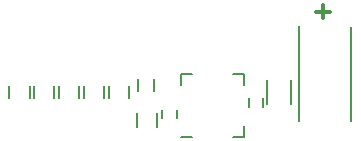
<source format=gbo>
G04 #@! TF.FileFunction,Legend,Bot*
%FSLAX46Y46*%
G04 Gerber Fmt 4.6, Leading zero omitted, Abs format (unit mm)*
G04 Created by KiCad (PCBNEW (2016-03-20 BZR 6634, Git a4ba01f)-product) date 4/5/2016 10:18:16 AM*
%MOMM*%
G01*
G04 APERTURE LIST*
%ADD10C,0.100000*%
%ADD11C,0.300000*%
%ADD12C,0.150000*%
G04 APERTURE END LIST*
D10*
D11*
X159371428Y-85607143D02*
X158228571Y-85607143D01*
X158800000Y-86178571D02*
X158800000Y-85035714D01*
D12*
X146400000Y-94650000D02*
X146400000Y-93950000D01*
X145200000Y-93950000D02*
X145200000Y-94650000D01*
X156125000Y-91400000D02*
X156125000Y-93400000D01*
X154075000Y-93400000D02*
X154075000Y-91400000D01*
X142350000Y-91925000D02*
X142350000Y-92925000D01*
X140650000Y-92925000D02*
X140650000Y-91925000D01*
X140250000Y-91925000D02*
X140250000Y-92925000D01*
X138550000Y-92925000D02*
X138550000Y-91925000D01*
X138150000Y-91925000D02*
X138150000Y-92925000D01*
X136450000Y-92925000D02*
X136450000Y-91925000D01*
X136050000Y-91925000D02*
X136050000Y-92925000D01*
X134350000Y-92925000D02*
X134350000Y-91925000D01*
X133950000Y-91925000D02*
X133950000Y-92925000D01*
X132250000Y-92925000D02*
X132250000Y-91925000D01*
X153700000Y-93650000D02*
X153700000Y-92950000D01*
X152500000Y-92950000D02*
X152500000Y-93650000D01*
X143025000Y-94200000D02*
X143025000Y-95400000D01*
X144775000Y-95400000D02*
X144775000Y-94200000D01*
X143125000Y-91300000D02*
X143125000Y-92300000D01*
X144475000Y-92300000D02*
X144475000Y-91300000D01*
X152100000Y-96200000D02*
X152100000Y-95275000D01*
X146800000Y-90900000D02*
X146800000Y-91825000D01*
X152100000Y-90900000D02*
X152100000Y-91825000D01*
X146800000Y-96200000D02*
X147725000Y-96200000D01*
X146800000Y-90900000D02*
X147725000Y-90900000D01*
X152100000Y-90900000D02*
X151175000Y-90900000D01*
X152100000Y-96200000D02*
X151175000Y-96200000D01*
X161200000Y-86900000D02*
X161200000Y-94900000D01*
X156800000Y-94900000D02*
X156800000Y-86800000D01*
M02*

</source>
